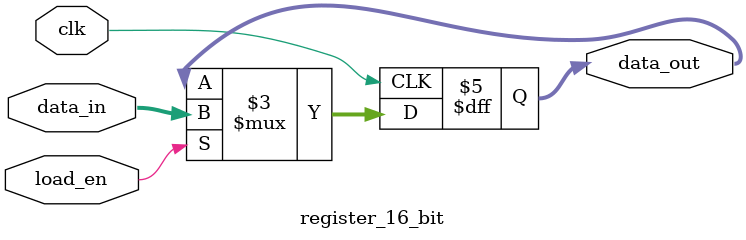
<source format=v>
module register_16_bit(load_en, clk, data_in, data_out);
  /*****register_16_bit Interface *******/
  input wire load_en , clk ;
  input wire [15:0] data_in;
  output reg [15:0] data_out;
  /**************************************/
  
  always@(posedge clk)
  begin 
    if(load_en)
      data_out <= data_in;
    else
      data_out <= data_out;
  end

endmodule


</source>
